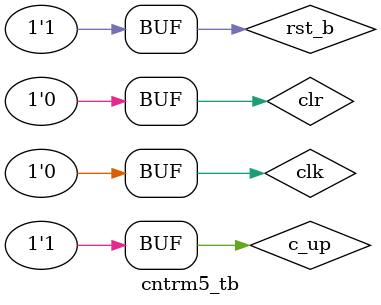
<source format=v>
module cntrm5(
  input clk,rst_b,clr,c_up,
  output dclk
);
  wire [2:0] ro;
  rgst #(.w(3)) inst1(.clk(clk),.rst_b(rst_b),.ld(c_up),
      .clr(clr | ro[2]),.q(ro),
      .d({ro[2]^(ro[1]&ro[0]),ro[1]^ro[0], ~ro[0]}));
  assign dclk = ~(|ro);
endmodule

module cntrm5_tb;
  reg clk,rst_b,clr,c_up;
  wire dclk;
  
  cntrm5 inst(.clk(clk),.rst_b(rst_b),.clr(clr),
      .c_up(c_up),.dclk(dclk));
  localparam CLK_PERIOD=100, RUNNING_CYCLES=9,
      RST_DURATION=25;
  initial begin
    clk=0;
    repeat (2*RUNNING_CYCLES) #(CLK_PERIOD/2)
        clk=~clk;
  end
  initial begin
    rst_b=0;
    #RST_DURATION rst_b=1;
  end
  initial begin
    {clr,c_up} = 2'b01;
    #(5*CLK_PERIOD) {clr,c_up} = 2'b11;
    #(1*CLK_PERIOD) {clr,c_up} = 2'b01;
  end
endmodule
</source>
